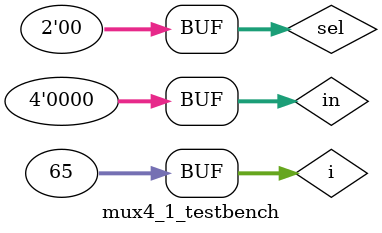
<source format=sv>


`timescale 1ns/10ps

module mux4_1(sel, in, out);
	input logic [1:0] sel;
	input logic [3:0] in;
	output logic out;
	logic lower_out, upper_out;
	
	mux2_1 lower_mux(.sel(sel[0]), .input_a(in[0]), .input_b(in[1]), .out(lower_out));
	mux2_1 upper_mux(.sel(sel[0]), .input_a(in[2]), .input_b(in[3]), .out(upper_out));
	mux2_1 final_mux(.sel(sel[1]), .input_a(lower_out), .input_b(upper_out), .out(out));
	
endmodule


module mux4_1_testbench;
	logic [1:0] sel;
	logic [3:0] in;
	logic out;
	logic lower_out, upper_out;

	mux4_1 dut (.sel, .in, .out);

	integer i;

	initial begin
		for (i = 0; i < 65; i++) begin
			sel = i[1:0];
			in[0] = i[2];
			in[1] = i[3];
			in[2] = i[4];
			in[3] = i[5];
			#10;
		end
	end
endmodule

</source>
